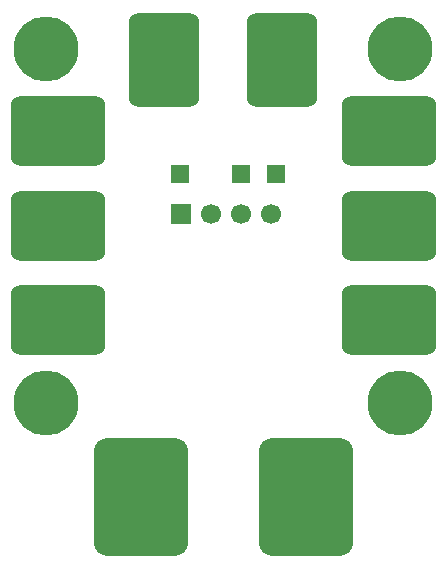
<source format=gbr>
%TF.GenerationSoftware,KiCad,Pcbnew,9.0.4*%
%TF.CreationDate,2025-09-29T17:30:01-04:00*%
%TF.ProjectId,power-board,706f7765-722d-4626-9f61-72642e6b6963,rev?*%
%TF.SameCoordinates,Original*%
%TF.FileFunction,Soldermask,Top*%
%TF.FilePolarity,Negative*%
%FSLAX46Y46*%
G04 Gerber Fmt 4.6, Leading zero omitted, Abs format (unit mm)*
G04 Created by KiCad (PCBNEW 9.0.4) date 2025-09-29 17:30:01*
%MOMM*%
%LPD*%
G01*
G04 APERTURE LIST*
G04 Aperture macros list*
%AMRoundRect*
0 Rectangle with rounded corners*
0 $1 Rounding radius*
0 $2 $3 $4 $5 $6 $7 $8 $9 X,Y pos of 4 corners*
0 Add a 4 corners polygon primitive as box body*
4,1,4,$2,$3,$4,$5,$6,$7,$8,$9,$2,$3,0*
0 Add four circle primitives for the rounded corners*
1,1,$1+$1,$2,$3*
1,1,$1+$1,$4,$5*
1,1,$1+$1,$6,$7*
1,1,$1+$1,$8,$9*
0 Add four rect primitives between the rounded corners*
20,1,$1+$1,$2,$3,$4,$5,0*
20,1,$1+$1,$4,$5,$6,$7,0*
20,1,$1+$1,$6,$7,$8,$9,0*
20,1,$1+$1,$8,$9,$2,$3,0*%
G04 Aperture macros list end*
%ADD10RoundRect,1.200000X-2.800000X-3.800000X2.800000X-3.800000X2.800000X3.800000X-2.800000X3.800000X0*%
%ADD11C,0.600000*%
%ADD12RoundRect,0.900000X3.100000X-2.100000X3.100000X2.100000X-3.100000X2.100000X-3.100000X-2.100000X0*%
%ADD13RoundRect,0.900000X-2.100000X-3.100000X2.100000X-3.100000X2.100000X3.100000X-2.100000X3.100000X0*%
%ADD14RoundRect,0.250000X-0.550000X-0.550000X0.550000X-0.550000X0.550000X0.550000X-0.550000X0.550000X0*%
%ADD15C,5.500000*%
%ADD16C,3.600000*%
%ADD17RoundRect,0.900000X-3.100000X2.100000X-3.100000X-2.100000X3.100000X-2.100000X3.100000X2.100000X0*%
%ADD18C,1.700000*%
%ADD19R,1.700000X1.700000*%
G04 APERTURE END LIST*
D10*
%TO.C,J9*%
X78000000Y-88000000D03*
X92000000Y-88000000D03*
D11*
X75000000Y-84000000D03*
X75000000Y-86000000D03*
X75000000Y-88000000D03*
X75000000Y-90000000D03*
X75000000Y-92000000D03*
X77000000Y-84000000D03*
X77000000Y-86000000D03*
X77000000Y-88000000D03*
X77000000Y-90000000D03*
X77000000Y-92000000D03*
X79000000Y-84000000D03*
X79000000Y-86000000D03*
X79000000Y-88000000D03*
X79000000Y-90000000D03*
X79000000Y-92000000D03*
X81000000Y-84000000D03*
X81000000Y-86000000D03*
X81000000Y-88000000D03*
X81000000Y-90000000D03*
X81000000Y-92000000D03*
%TD*%
D12*
%TO.C,J8*%
X99000000Y-65000000D03*
%TD*%
%TO.C,J6*%
X71000000Y-73000000D03*
%TD*%
D13*
%TO.C,J4*%
X90000000Y-51000000D03*
%TD*%
D12*
%TO.C,J2*%
X71000000Y-57000000D03*
%TD*%
D14*
%TO.C,J11*%
X86500000Y-60600000D03*
%TD*%
D15*
%TO.C,H4*%
X100000000Y-80000000D03*
D16*
X100000000Y-80000000D03*
%TD*%
D14*
%TO.C,J12*%
X89500000Y-60600000D03*
%TD*%
D11*
%TO.C,J5*%
X68000000Y-67000000D03*
X69500000Y-67000000D03*
X71000000Y-67000000D03*
X72500000Y-67000000D03*
X74000000Y-67000000D03*
X68000000Y-65000000D03*
X69500000Y-65000000D03*
X71000000Y-65000000D03*
X72500000Y-65000000D03*
X74000000Y-65000000D03*
X68000000Y-63000000D03*
X69500000Y-63000000D03*
X71000000Y-63000000D03*
X72500000Y-63000000D03*
X74000000Y-63000000D03*
D17*
X71000000Y-65000000D03*
%TD*%
D11*
%TO.C,J7*%
X102000000Y-71000000D03*
X100500000Y-71000000D03*
X99000000Y-71000000D03*
X97500000Y-71000000D03*
X96000000Y-71000000D03*
X102000000Y-73000000D03*
X100500000Y-73000000D03*
X99000000Y-73000000D03*
X97500000Y-73000000D03*
X96000000Y-73000000D03*
X102000000Y-75000000D03*
X100500000Y-75000000D03*
X99000000Y-75000000D03*
X97500000Y-75000000D03*
X96000000Y-75000000D03*
D12*
X99000000Y-73000000D03*
%TD*%
D11*
%TO.C,J3*%
X102000000Y-55000000D03*
X100500000Y-55000000D03*
X99000000Y-55000000D03*
X97500000Y-55000000D03*
X96000000Y-55000000D03*
X102000000Y-57000000D03*
X100500000Y-57000000D03*
X99000000Y-57000000D03*
X97500000Y-57000000D03*
X96000000Y-57000000D03*
X102000000Y-59000000D03*
X100500000Y-59000000D03*
X99000000Y-59000000D03*
X97500000Y-59000000D03*
X96000000Y-59000000D03*
D12*
X99000000Y-57000000D03*
%TD*%
D15*
%TO.C,H1*%
X70000000Y-50000000D03*
D16*
X70000000Y-50000000D03*
%TD*%
D18*
%TO.C,P1*%
X89080000Y-63975000D03*
X86540000Y-63975000D03*
X84000000Y-63975000D03*
D19*
X81460000Y-63975000D03*
%TD*%
D13*
%TO.C,J1*%
X80000000Y-51000000D03*
D11*
X78000000Y-48000000D03*
X78000000Y-49500000D03*
X78000000Y-51000000D03*
X78000000Y-52500000D03*
X78000000Y-54000000D03*
X80000000Y-48000000D03*
X80000000Y-49500000D03*
X80000000Y-51000000D03*
X80000000Y-52500000D03*
X80000000Y-54000000D03*
X82000000Y-48000000D03*
X82000000Y-49500000D03*
X82000000Y-51000000D03*
X82000000Y-52500000D03*
X82000000Y-54000000D03*
%TD*%
D15*
%TO.C,H2*%
X100000000Y-50000000D03*
D16*
X100000000Y-50000000D03*
%TD*%
D14*
%TO.C,J10*%
X81300000Y-60600000D03*
%TD*%
D15*
%TO.C,H3*%
X70000000Y-80000000D03*
D16*
X70000000Y-80000000D03*
%TD*%
M02*

</source>
